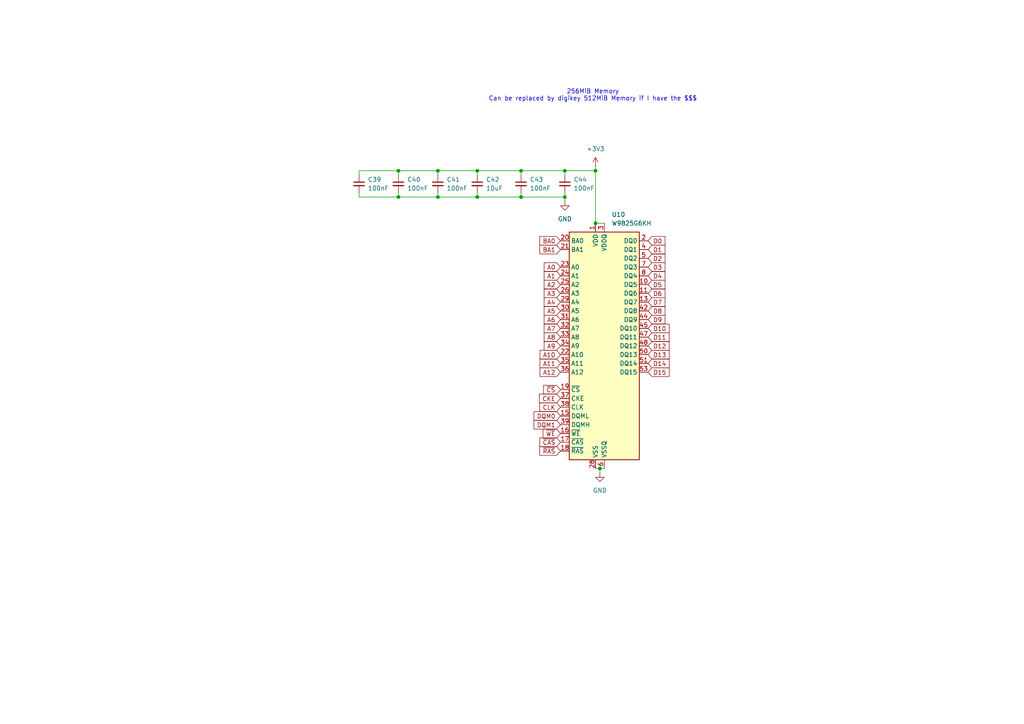
<source format=kicad_sch>
(kicad_sch (version 20250114) (generator "eeschema") (generator_version "9.0")
  (paper "A4")
  (title_block (title "Icepi zero") (date "2025-05-12") (rev "v1.1") (company "Chengyin Yao (cheyao)") (comment 1 "https://github.com/cheyao/icepi-zero"))
  (lib_symbols
    (symbol "Device:C_Small" (pin_numbers (hide yes)) (pin_names (offset 0.254) (hide yes))
      (property "Reference" "C" (at 0.254 1.778 0))
      (property "Value" "C_Small" (at 0.254 -2.032 0))
      (symbol "C_Small_0_1"
        (polyline (pts (xy -1.524 0.508) (xy 1.524 0.508)) (stroke (width 0.3048)))
        (polyline (pts (xy -1.524 -0.508) (xy 1.524 -0.508)) (stroke (width 0.3302)))
      )
      (symbol "C_Small_1_1"
        (pin passive line (at 0 2.54 270) (length 2.032) (name "~") (number "1"))
        (pin passive line (at 0 -2.54 90) (length 2.032) (name "~") (number "2"))
      )
    )
    (symbol "Memory_RAM:MT48LC16M16A2P"
      (property "Reference" "U" (at -8.89 34.29 0))
      (property "Value" "MT48LC16M16A2P" (at 8.89 34.29 0))
      (symbol "MT48LC16M16A2P_0_1"
        (rectangle (start -10.16 33.02) (end 10.16 -33.02) (stroke (width 0.254)) (fill (type background)))
      )
      (symbol "MT48LC16M16A2P_1_1"
        (pin input line (at -12.7 30.48 0) (length 2.54) (name "BA0") (number "20"))
        (pin input line (at -12.7 27.94 0) (length 2.54) (name "BA1") (number "21"))
        (pin input line (at -12.7 22.86 0) (length 2.54) (name "A0") (number "23"))
        (pin input line (at -12.7 20.32 0) (length 2.54) (name "A1") (number "24"))
        (pin input line (at -12.7 17.78 0) (length 2.54) (name "A2") (number "25"))
        (pin input line (at -12.7 15.24 0) (length 2.54) (name "A3") (number "26"))
        (pin input line (at -12.7 12.7 0) (length 2.54) (name "A4") (number "29"))
        (pin input line (at -12.7 10.16 0) (length 2.54) (name "A5") (number "30"))
        (pin input line (at -12.7 7.62 0) (length 2.54) (name "A6") (number "31"))
        (pin input line (at -12.7 5.08 0) (length 2.54) (name "A7") (number "32"))
        (pin input line (at -12.7 2.54 0) (length 2.54) (name "A8") (number "33"))
        (pin input line (at -12.7 0 0) (length 2.54) (name "A9") (number "34"))
        (pin input line (at -12.7 -2.54 0) (length 2.54) (name "A10") (number "22"))
        (pin input line (at -12.7 -5.08 0) (length 2.54) (name "A11") (number "35"))
        (pin input line (at -12.7 -7.62 0) (length 2.54) (name "A12") (number "36"))
        (pin input line (at -12.7 -12.7 0) (length 2.54) (name "~{CS}") (number "19"))
        (pin input line (at -12.7 -15.24 0) (length 2.54) (name "CKE") (number "37"))
        (pin input line (at -12.7 -17.78 0) (length 2.54) (name "CLK") (number "38"))
        (pin input line (at -12.7 -20.32 0) (length 2.54) (name "DQML") (number "15"))
        (pin input line (at -12.7 -22.86 0) (length 2.54) (name "DQMH") (number "39"))
        (pin input line (at -12.7 -25.4 0) (length 2.54) (name "~{WE}") (number "16"))
        (pin input line (at -12.7 -27.94 0) (length 2.54) (name "~{CAS}") (number "17"))
        (pin input line (at -12.7 -30.48 0) (length 2.54) (name "~{RAS}") (number "18"))
        (pin power_in line (at -2.54 35.56 270) (length 2.54) (name "VDD") (number "1"))
        (pin passive line (at -2.54 35.56 270) (length 2.54) (hide yes) (name "VDD") (number "14"))
        (pin passive line (at -2.54 35.56 270) (length 2.54) (hide yes) (name "VDD") (number "27"))
        (pin power_in line (at -2.54 -35.56 90) (length 2.54) (name "VSS") (number "28"))
        (pin passive line (at -2.54 -35.56 90) (length 2.54) (hide yes) (name "VSS") (number "41"))
        (pin passive line (at -2.54 -35.56 90) (length 2.54) (hide yes) (name "VSS") (number "54"))
        (pin power_in line (at 0 35.56 270) (length 2.54) (name "VDDQ") (number "3"))
        (pin passive line (at 0 35.56 270) (length 2.54) (hide yes) (name "VDDQ") (number "43"))
        (pin passive line (at 0 35.56 270) (length 2.54) (hide yes) (name "VDDQ") (number "49"))
        (pin passive line (at 0 35.56 270) (length 2.54) (hide yes) (name "VDDQ") (number "9"))
        (pin passive line (at 0 -35.56 90) (length 2.54) (hide yes) (name "VSSQ") (number "12"))
        (pin passive line (at 0 -35.56 90) (length 2.54) (hide yes) (name "VSSQ") (number "46"))
        (pin passive line (at 0 -35.56 90) (length 2.54) (hide yes) (name "VSSQ") (number "52"))
        (pin power_in line (at 0 -35.56 90) (length 2.54) (name "VSSQ") (number "6"))
        (pin no_connect line (at 10.16 -20.32 180) (length 2.54) (hide yes) (name "NC") (number "40"))
        (pin bidirectional line (at 12.7 30.48 180) (length 2.54) (name "DQ0") (number "2"))
        (pin bidirectional line (at 12.7 27.94 180) (length 2.54) (name "DQ1") (number "4"))
        (pin bidirectional line (at 12.7 25.4 180) (length 2.54) (name "DQ2") (number "5"))
        (pin bidirectional line (at 12.7 22.86 180) (length 2.54) (name "DQ3") (number "7"))
        (pin bidirectional line (at 12.7 20.32 180) (length 2.54) (name "DQ4") (number "8"))
        (pin bidirectional line (at 12.7 17.78 180) (length 2.54) (name "DQ5") (number "10"))
        (pin bidirectional line (at 12.7 15.24 180) (length 2.54) (name "DQ6") (number "11"))
        (pin bidirectional line (at 12.7 12.7 180) (length 2.54) (name "DQ7") (number "13"))
        (pin bidirectional line (at 12.7 10.16 180) (length 2.54) (name "DQ8") (number "42"))
        (pin bidirectional line (at 12.7 7.62 180) (length 2.54) (name "DQ9") (number "44"))
        (pin bidirectional line (at 12.7 5.08 180) (length 2.54) (name "DQ10") (number "45"))
        (pin bidirectional line (at 12.7 2.54 180) (length 2.54) (name "DQ11") (number "47"))
        (pin bidirectional line (at 12.7 0 180) (length 2.54) (name "DQ12") (number "48"))
        (pin bidirectional line (at 12.7 -2.54 180) (length 2.54) (name "DQ13") (number "50"))
        (pin bidirectional line (at 12.7 -5.08 180) (length 2.54) (name "DQ14") (number "51"))
        (pin bidirectional line (at 12.7 -7.62 180) (length 2.54) (name "DQ15") (number "53"))
      )
    )
    (symbol "power:+3V3" (power) (pin_numbers (hide yes)) (pin_names (offset 0) (hide yes))
      (property "Value" "+3V3" (at 0 3.556 0))
      (symbol "+3V3_0_1"
        (polyline (pts (xy -0.762 1.27) (xy 0 2.54)))
        (polyline (pts (xy 0 2.54) (xy 0.762 1.27)))
        (polyline (pts (xy 0 0) (xy 0 2.54)))
      )
      (symbol "+3V3_1_1"
        (pin power_in line (at 0 0 90) (length 0) (name "~") (number "1"))
      )
    )
    (symbol "power:GND" (power) (pin_numbers (hide yes)) (pin_names (offset 0) (hide yes))
      (property "Value" "GND" (at 0 -3.81 0))
      (symbol "GND_0_1"
        (polyline (pts (xy 0 0) (xy 0 -1.27) (xy 1.27 -1.27) (xy 0 -2.54) (xy -1.27 -1.27) (xy 0 -1.27)))
      )
      (symbol "GND_1_1"
        (pin power_in line (at 0 0 270) (length 0) (name "~") (number "1"))
      )
    )
  )
  (text "256MiB Memory\nCan be replaced by digikey 512MiB Memory if I have the $$$" (at 171.958 27.686 0) (effects (font (size 1.27 1.27))))
  (junction (at 138.43 57.15))
  (junction (at 163.83 49.53))
  (junction (at 151.13 49.53))
  (junction (at 163.83 57.15))
  (junction (at 127 49.53))
  (junction (at 172.72 49.53))
  (junction (at 173.99 135.89))
  (junction (at 172.72 64.77))
  (junction (at 115.57 49.53))
  (junction (at 127 57.15))
  (junction (at 115.57 57.15))
  (junction (at 138.43 49.53))
  (junction (at 151.13 57.15))
  (wire (pts (xy 151.13 57.15) (xy 163.83 57.15)))
  (wire (pts (xy 138.43 57.15) (xy 151.13 57.15)))
  (wire (pts (xy 163.83 58.42) (xy 163.83 57.15)))
  (wire (pts (xy 172.72 135.89) (xy 173.99 135.89)))
  (wire (pts (xy 127 49.53) (xy 127 50.8)))
  (wire (pts (xy 163.83 49.53) (xy 172.72 49.53)))
  (wire (pts (xy 163.83 49.53) (xy 163.83 50.8)))
  (wire (pts (xy 173.99 135.89) (xy 175.26 135.89)))
  (wire (pts (xy 151.13 49.53) (xy 151.13 50.8)))
  (wire (pts (xy 172.72 49.53) (xy 172.72 64.77)))
  (wire (pts (xy 151.13 49.53) (xy 163.83 49.53)))
  (wire (pts (xy 115.57 49.53) (xy 115.57 50.8)))
  (wire (pts (xy 151.13 55.88) (xy 151.13 57.15)))
  (wire (pts (xy 138.43 57.15) (xy 138.43 55.88)))
  (wire (pts (xy 172.72 48.26) (xy 172.72 49.53)))
  (wire (pts (xy 138.43 49.53) (xy 151.13 49.53)))
  (wire (pts (xy 127 57.15) (xy 138.43 57.15)))
  (wire (pts (xy 138.43 49.53) (xy 138.43 50.8)))
  (wire (pts (xy 104.14 49.53) (xy 104.14 50.8)))
  (wire (pts (xy 115.57 49.53) (xy 127 49.53)))
  (wire (pts (xy 115.57 55.88) (xy 115.57 57.15)))
  (wire (pts (xy 127 49.53) (xy 138.43 49.53)))
  (wire (pts (xy 104.14 49.53) (xy 115.57 49.53)))
  (wire (pts (xy 163.83 55.88) (xy 163.83 57.15)))
  (wire (pts (xy 173.99 137.16) (xy 173.99 135.89)))
  (wire (pts (xy 115.57 57.15) (xy 127 57.15)))
  (wire (pts (xy 127 55.88) (xy 127 57.15)))
  (wire (pts (xy 104.14 57.15) (xy 115.57 57.15)))
  (wire (pts (xy 172.72 64.77) (xy 175.26 64.77)))
  (wire (pts (xy 104.14 55.88) (xy 104.14 57.15)))
  (global_label "A12" (shape input) (at 162.56 107.95 180) (property "Intersheetrefs" "${INTERSHEET_REFS}" (effects (hide yes))))
  (global_label "A2" (shape input) (at 162.56 82.55 180) (property "Intersheetrefs" "${INTERSHEET_REFS}" (effects (hide yes))))
  (global_label "A7" (shape input) (at 162.56 95.25 180) (property "Intersheetrefs" "${INTERSHEET_REFS}" (effects (hide yes))))
  (global_label "A11" (shape input) (at 162.56 105.41 180) (property "Intersheetrefs" "${INTERSHEET_REFS}" (effects (hide yes))))
  (global_label "A0" (shape input) (at 162.56 77.47 180) (property "Intersheetrefs" "${INTERSHEET_REFS}" (effects (hide yes))))
  (global_label "D6" (shape input) (at 187.96 85.09 0) (property "Intersheetrefs" "${INTERSHEET_REFS}" (effects (hide yes))))
  (global_label "D7" (shape input) (at 187.96 87.63 0) (property "Intersheetrefs" "${INTERSHEET_REFS}" (effects (hide yes))))
  (global_label "~{CS}" (shape input) (at 162.56 113.03 180) (property "Intersheetrefs" "${INTERSHEET_REFS}" (effects (hide yes))))
  (global_label "~{RAS}" (shape input) (at 162.56 130.81 180) (property "Intersheetrefs" "${INTERSHEET_REFS}" (effects (hide yes))))
  (global_label "CLK" (shape input) (at 162.56 118.11 180) (property "Intersheetrefs" "${INTERSHEET_REFS}" (effects (hide yes))))
  (global_label "~{CAS}" (shape input) (at 162.56 128.27 180) (property "Intersheetrefs" "${INTERSHEET_REFS}" (effects (hide yes))))
  (global_label "D8" (shape input) (at 187.96 90.17 0) (property "Intersheetrefs" "${INTERSHEET_REFS}" (effects (hide yes))))
  (global_label "A9" (shape input) (at 162.56 100.33 180) (property "Intersheetrefs" "${INTERSHEET_REFS}" (effects (hide yes))))
  (global_label "DQM1" (shape input) (at 162.56 123.19 180) (property "Intersheetrefs" "${INTERSHEET_REFS}" (effects (hide yes))))
  (global_label "D4" (shape input) (at 187.96 80.01 0) (property "Intersheetrefs" "${INTERSHEET_REFS}" (effects (hide yes))))
  (global_label "D3" (shape input) (at 187.96 77.47 0) (property "Intersheetrefs" "${INTERSHEET_REFS}" (effects (hide yes))))
  (global_label "D12" (shape input) (at 187.96 100.33 0) (property "Intersheetrefs" "${INTERSHEET_REFS}" (effects (hide yes))))
  (global_label "D2" (shape input) (at 187.96 74.93 0) (property "Intersheetrefs" "${INTERSHEET_REFS}" (effects (hide yes))))
  (global_label "~{WE}" (shape input) (at 162.56 125.73 180) (property "Intersheetrefs" "${INTERSHEET_REFS}" (effects (hide yes))))
  (global_label "BA1" (shape input) (at 162.56 72.39 180) (property "Intersheetrefs" "${INTERSHEET_REFS}" (effects (hide yes))))
  (global_label "BA0" (shape input) (at 162.56 69.85 180) (property "Intersheetrefs" "${INTERSHEET_REFS}" (effects (hide yes))))
  (global_label "A4" (shape input) (at 162.56 87.63 180) (property "Intersheetrefs" "${INTERSHEET_REFS}" (effects (hide yes))))
  (global_label "D15" (shape input) (at 187.96 107.95 0) (property "Intersheetrefs" "${INTERSHEET_REFS}" (effects (hide yes))))
  (global_label "A8" (shape input) (at 162.56 97.79 180) (property "Intersheetrefs" "${INTERSHEET_REFS}" (effects (hide yes))))
  (global_label "A10" (shape input) (at 162.56 102.87 180) (property "Intersheetrefs" "${INTERSHEET_REFS}" (effects (hide yes))))
  (global_label "A1" (shape input) (at 162.56 80.01 180) (property "Intersheetrefs" "${INTERSHEET_REFS}" (effects (hide yes))))
  (global_label "D0" (shape input) (at 187.96 69.85 0) (property "Intersheetrefs" "${INTERSHEET_REFS}" (effects (hide yes))))
  (global_label "D13" (shape input) (at 187.96 102.87 0) (property "Intersheetrefs" "${INTERSHEET_REFS}" (effects (hide yes))))
  (global_label "A3" (shape input) (at 162.56 85.09 180) (property "Intersheetrefs" "${INTERSHEET_REFS}" (effects (hide yes))))
  (global_label "D1" (shape input) (at 187.96 72.39 0) (property "Intersheetrefs" "${INTERSHEET_REFS}" (effects (hide yes))))
  (global_label "CKE" (shape input) (at 162.56 115.57 180) (property "Intersheetrefs" "${INTERSHEET_REFS}" (effects (hide yes))))
  (global_label "D14" (shape input) (at 187.96 105.41 0) (property "Intersheetrefs" "${INTERSHEET_REFS}" (effects (hide yes))))
  (global_label "DQM0" (shape input) (at 162.56 120.65 180) (property "Intersheetrefs" "${INTERSHEET_REFS}" (effects (hide yes))))
  (global_label "D11" (shape input) (at 187.96 97.79 0) (property "Intersheetrefs" "${INTERSHEET_REFS}" (effects (hide yes))))
  (global_label "D5" (shape input) (at 187.96 82.55 0) (property "Intersheetrefs" "${INTERSHEET_REFS}" (effects (hide yes))))
  (global_label "A5" (shape input) (at 162.56 90.17 180) (property "Intersheetrefs" "${INTERSHEET_REFS}" (effects (hide yes))))
  (global_label "D10" (shape input) (at 187.96 95.25 0) (property "Intersheetrefs" "${INTERSHEET_REFS}" (effects (hide yes))))
  (global_label "A6" (shape input) (at 162.56 92.71 180) (property "Intersheetrefs" "${INTERSHEET_REFS}" (effects (hide yes))))
  (global_label "D9" (shape input) (at 187.96 92.71 0) (property "Intersheetrefs" "${INTERSHEET_REFS}" (effects (hide yes))))
  (symbol (lib_id "power:+3V3") (at 172.72 48.26 0) (unit 1)
    (property "Reference" "#PWR071" (effects (hide yes)))
    (property "Value" "+3V3" (at 172.72 43.18 0))
    (property "Description" "Power symbol creates a global label with name \"+3V3\"" (effects (hide yes)))
  )
  (symbol (lib_id "Device:C_Small") (at 151.13 53.34 0) (unit 1)
    (property "Reference" "C43" (at 153.67 52.0762 0) (effects (justify left)))
    (property "Value" "100nF" (at 153.67 54.6162 0) (effects (justify left)))
    (property "Footprint" "Capacitor_SMD:C_0402_1005Metric" (effects (hide yes)))
    (property "Description" "Unpolarized capacitor, small symbol" (effects (hide yes)))
    (property "LCSC Part #" "C307331 " (effects (hide yes)))
  )
  (symbol (lib_id "Device:C_Small") (at 127 53.34 0) (unit 1)
    (property "Reference" "C41" (at 129.54 52.0762 0) (effects (justify left)))
    (property "Value" "100nF" (at 129.54 54.6162 0) (effects (justify left)))
    (property "Footprint" "Capacitor_SMD:C_0402_1005Metric" (effects (hide yes)))
    (property "Description" "Unpolarized capacitor, small symbol" (effects (hide yes)))
    (property "LCSC Part #" "C307331 " (effects (hide yes)))
  )
  (symbol (lib_id "Device:C_Small") (at 163.83 53.34 0) (unit 1)
    (property "Reference" "C44" (at 166.37 52.0762 0) (effects (justify left)))
    (property "Value" "100nF" (at 166.37 54.6162 0) (effects (justify left)))
    (property "Footprint" "Capacitor_SMD:C_0402_1005Metric" (effects (hide yes)))
    (property "Description" "Unpolarized capacitor, small symbol" (effects (hide yes)))
    (property "LCSC Part #" "C307331 " (effects (hide yes)))
  )
  (symbol (lib_id "Memory_RAM:MT48LC16M16A2P") (at 175.26 100.33 0) (unit 1)
    (property "Reference" "U10" (at 177.4033 62.23 0) (effects (justify left)))
    (property "Value" "W9825G6KH" (at 177.4033 64.77 0) (effects (justify left)))
    (property "Footprint" "Package_SO:TSOP-II-54_22.2x10.16mm_P0.8mm" (effects (hide yes)))
    (property "Datasheet" "https://www.micron.com/-/media/client/global/documents/products/data-sheet/dram/256mb_sdr.pdf" (effects (hide yes)))
    (property "Description" "256M – (16M x 16 bit) Synchronous DRAM (SDRAM), TSOP-II-54" (effects (hide yes)))
    (property "LCSC Part #" "C62246" (effects (hide yes)))
  )
  (symbol (lib_id "power:GND") (at 173.99 137.16 0) (unit 1)
    (property "Reference" "#PWR073" (effects (hide yes)))
    (property "Value" "GND" (at 173.99 142.24 0))
    (property "Description" "Power symbol creates a global label with name \"GND\" , ground" (effects (hide yes)))
  )
  (symbol (lib_id "Device:C_Small") (at 115.57 53.34 0) (unit 1)
    (property "Reference" "C40" (at 118.11 52.0762 0) (effects (justify left)))
    (property "Value" "100nF" (at 118.11 54.6162 0) (effects (justify left)))
    (property "Footprint" "Capacitor_SMD:C_0402_1005Metric" (effects (hide yes)))
    (property "Description" "Unpolarized capacitor, small symbol" (effects (hide yes)))
    (property "LCSC Part #" "C307331 " (effects (hide yes)))
  )
  (symbol (lib_id "Device:C_Small") (at 104.14 53.34 0) (unit 1)
    (property "Reference" "C39" (at 106.68 52.0762 0) (effects (justify left)))
    (property "Value" "100nF" (at 106.68 54.6162 0) (effects (justify left)))
    (property "Footprint" "Capacitor_SMD:C_0402_1005Metric" (effects (hide yes)))
    (property "Description" "Unpolarized capacitor, small symbol" (effects (hide yes)))
    (property "LCSC Part #" "C307331 " (effects (hide yes)))
  )
  (symbol (lib_id "power:GND") (at 163.83 58.42 0) (unit 1)
    (property "Reference" "#PWR072" (effects (hide yes)))
    (property "Value" "GND" (at 163.83 63.5 0))
    (property "Description" "Power symbol creates a global label with name \"GND\" , ground" (effects (hide yes)))
  )
  (symbol (lib_id "Device:C_Small") (at 138.43 53.34 0) (unit 1)
    (property "Reference" "C42" (at 140.97 52.0762 0) (effects (justify left)))
    (property "Value" "10uF" (at 140.97 54.6162 0) (effects (justify left)))
    (property "Footprint" "Capacitor_SMD:C_0603_1608Metric" (effects (hide yes)))
    (property "Description" "Unpolarized capacitor, small symbol" (effects (hide yes)))
    (property "LCSC Part #" "C19702" (effects (hide yes)))
  )
)
</source>
